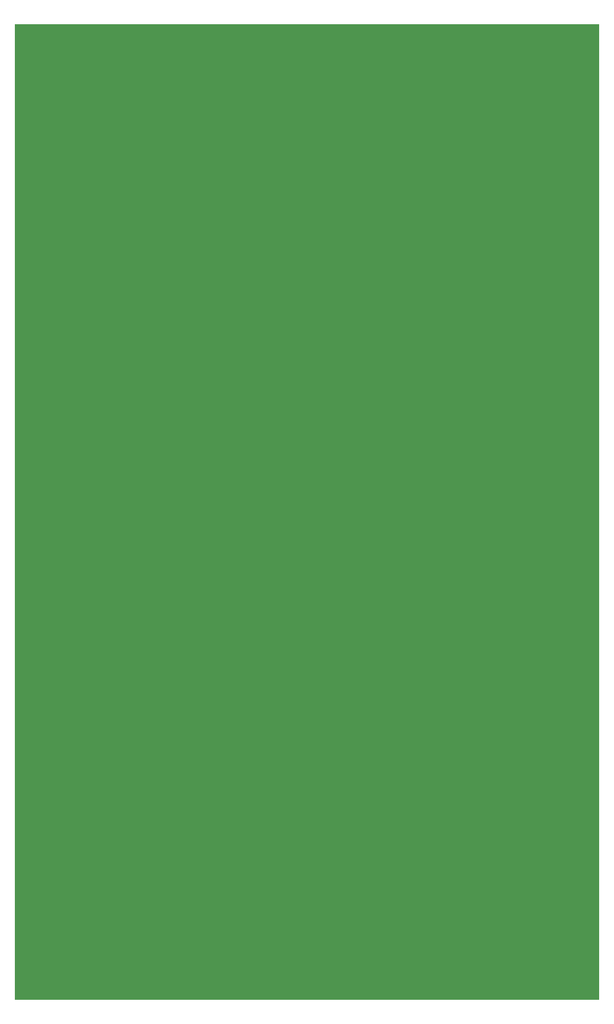
<source format=gbr>
G04 #@! TF.GenerationSoftware,KiCad,Pcbnew,(5.0.0-3-g0214c9d)*
G04 #@! TF.CreationDate,2018-10-20T18:01:30-06:00*
G04 #@! TF.ProjectId,noname,6E6F6E616D652E6B696361645F706362,rev?*
G04 #@! TF.SameCoordinates,Original*
G04 #@! TF.FileFunction,Soldermask,Top*
G04 #@! TF.FilePolarity,Negative*
%FSLAX46Y46*%
G04 Gerber Fmt 4.6, Leading zero omitted, Abs format (unit mm)*
G04 Created by KiCad (PCBNEW (5.0.0-3-g0214c9d)) date Saturday, October 20, 2018 at 06:01:30 PM*
%MOMM*%
%LPD*%
G01*
G04 APERTURE LIST*
%ADD10R,90.000000X150.000000*%
G04 APERTURE END LIST*
D10*
G04 #@! TO.C,G\002A\002A\002A*
X387250000Y216750000D03*
G04 #@! TD*
M02*

</source>
